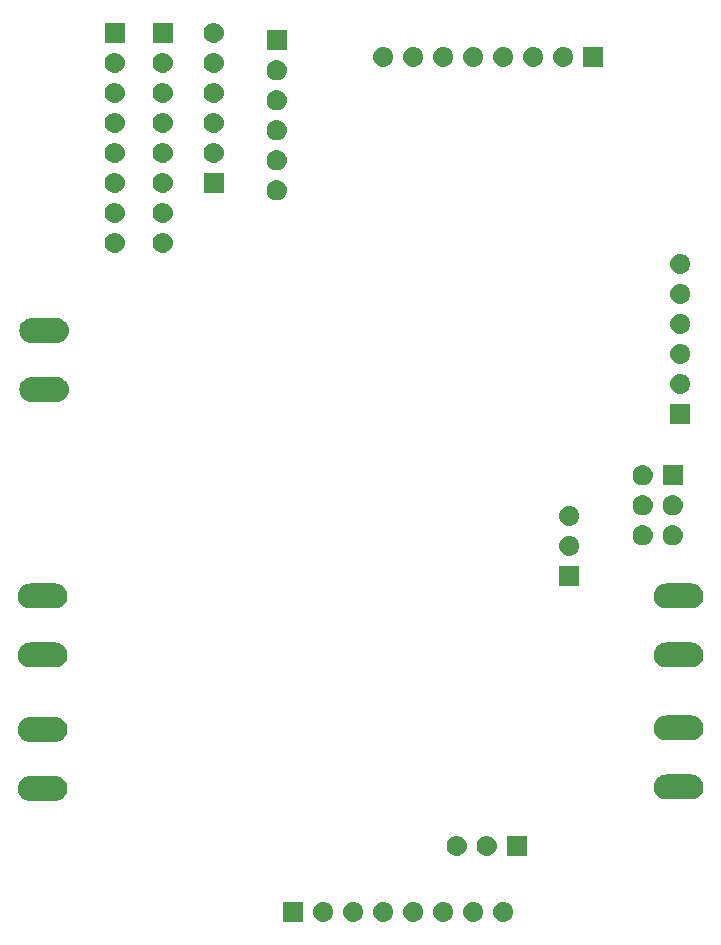
<source format=gbr>
G04 #@! TF.GenerationSoftware,KiCad,Pcbnew,(5.0.1)-3*
G04 #@! TF.CreationDate,2019-03-11T17:07:33+01:00*
G04 #@! TF.ProjectId,Arduino_Uno_R3_From_Scratch,41726475696E6F5F556E6F5F52335F46,rev?*
G04 #@! TF.SameCoordinates,Original*
G04 #@! TF.FileFunction,Soldermask,Bot*
G04 #@! TF.FilePolarity,Negative*
%FSLAX46Y46*%
G04 Gerber Fmt 4.6, Leading zero omitted, Abs format (unit mm)*
G04 Created by KiCad (PCBNEW (5.0.1)-3) date 11/03/2019 17:07:33*
%MOMM*%
%LPD*%
G01*
G04 APERTURE LIST*
%ADD10C,0.100000*%
G04 APERTURE END LIST*
D10*
G36*
X118784630Y-145339299D02*
X118944855Y-145387903D01*
X119092520Y-145466831D01*
X119221949Y-145573051D01*
X119328169Y-145702480D01*
X119407097Y-145850145D01*
X119455701Y-146010370D01*
X119472112Y-146177000D01*
X119455701Y-146343630D01*
X119407097Y-146503855D01*
X119328169Y-146651520D01*
X119221949Y-146780949D01*
X119092520Y-146887169D01*
X118944855Y-146966097D01*
X118784630Y-147014701D01*
X118659752Y-147027000D01*
X118576248Y-147027000D01*
X118451370Y-147014701D01*
X118291145Y-146966097D01*
X118143480Y-146887169D01*
X118014051Y-146780949D01*
X117907831Y-146651520D01*
X117828903Y-146503855D01*
X117780299Y-146343630D01*
X117763888Y-146177000D01*
X117780299Y-146010370D01*
X117828903Y-145850145D01*
X117907831Y-145702480D01*
X118014051Y-145573051D01*
X118143480Y-145466831D01*
X118291145Y-145387903D01*
X118451370Y-145339299D01*
X118576248Y-145327000D01*
X118659752Y-145327000D01*
X118784630Y-145339299D01*
X118784630Y-145339299D01*
G37*
G36*
X116244630Y-145339299D02*
X116404855Y-145387903D01*
X116552520Y-145466831D01*
X116681949Y-145573051D01*
X116788169Y-145702480D01*
X116867097Y-145850145D01*
X116915701Y-146010370D01*
X116932112Y-146177000D01*
X116915701Y-146343630D01*
X116867097Y-146503855D01*
X116788169Y-146651520D01*
X116681949Y-146780949D01*
X116552520Y-146887169D01*
X116404855Y-146966097D01*
X116244630Y-147014701D01*
X116119752Y-147027000D01*
X116036248Y-147027000D01*
X115911370Y-147014701D01*
X115751145Y-146966097D01*
X115603480Y-146887169D01*
X115474051Y-146780949D01*
X115367831Y-146651520D01*
X115288903Y-146503855D01*
X115240299Y-146343630D01*
X115223888Y-146177000D01*
X115240299Y-146010370D01*
X115288903Y-145850145D01*
X115367831Y-145702480D01*
X115474051Y-145573051D01*
X115603480Y-145466831D01*
X115751145Y-145387903D01*
X115911370Y-145339299D01*
X116036248Y-145327000D01*
X116119752Y-145327000D01*
X116244630Y-145339299D01*
X116244630Y-145339299D01*
G37*
G36*
X113704630Y-145339299D02*
X113864855Y-145387903D01*
X114012520Y-145466831D01*
X114141949Y-145573051D01*
X114248169Y-145702480D01*
X114327097Y-145850145D01*
X114375701Y-146010370D01*
X114392112Y-146177000D01*
X114375701Y-146343630D01*
X114327097Y-146503855D01*
X114248169Y-146651520D01*
X114141949Y-146780949D01*
X114012520Y-146887169D01*
X113864855Y-146966097D01*
X113704630Y-147014701D01*
X113579752Y-147027000D01*
X113496248Y-147027000D01*
X113371370Y-147014701D01*
X113211145Y-146966097D01*
X113063480Y-146887169D01*
X112934051Y-146780949D01*
X112827831Y-146651520D01*
X112748903Y-146503855D01*
X112700299Y-146343630D01*
X112683888Y-146177000D01*
X112700299Y-146010370D01*
X112748903Y-145850145D01*
X112827831Y-145702480D01*
X112934051Y-145573051D01*
X113063480Y-145466831D01*
X113211145Y-145387903D01*
X113371370Y-145339299D01*
X113496248Y-145327000D01*
X113579752Y-145327000D01*
X113704630Y-145339299D01*
X113704630Y-145339299D01*
G37*
G36*
X111164630Y-145339299D02*
X111324855Y-145387903D01*
X111472520Y-145466831D01*
X111601949Y-145573051D01*
X111708169Y-145702480D01*
X111787097Y-145850145D01*
X111835701Y-146010370D01*
X111852112Y-146177000D01*
X111835701Y-146343630D01*
X111787097Y-146503855D01*
X111708169Y-146651520D01*
X111601949Y-146780949D01*
X111472520Y-146887169D01*
X111324855Y-146966097D01*
X111164630Y-147014701D01*
X111039752Y-147027000D01*
X110956248Y-147027000D01*
X110831370Y-147014701D01*
X110671145Y-146966097D01*
X110523480Y-146887169D01*
X110394051Y-146780949D01*
X110287831Y-146651520D01*
X110208903Y-146503855D01*
X110160299Y-146343630D01*
X110143888Y-146177000D01*
X110160299Y-146010370D01*
X110208903Y-145850145D01*
X110287831Y-145702480D01*
X110394051Y-145573051D01*
X110523480Y-145466831D01*
X110671145Y-145387903D01*
X110831370Y-145339299D01*
X110956248Y-145327000D01*
X111039752Y-145327000D01*
X111164630Y-145339299D01*
X111164630Y-145339299D01*
G37*
G36*
X108624630Y-145339299D02*
X108784855Y-145387903D01*
X108932520Y-145466831D01*
X109061949Y-145573051D01*
X109168169Y-145702480D01*
X109247097Y-145850145D01*
X109295701Y-146010370D01*
X109312112Y-146177000D01*
X109295701Y-146343630D01*
X109247097Y-146503855D01*
X109168169Y-146651520D01*
X109061949Y-146780949D01*
X108932520Y-146887169D01*
X108784855Y-146966097D01*
X108624630Y-147014701D01*
X108499752Y-147027000D01*
X108416248Y-147027000D01*
X108291370Y-147014701D01*
X108131145Y-146966097D01*
X107983480Y-146887169D01*
X107854051Y-146780949D01*
X107747831Y-146651520D01*
X107668903Y-146503855D01*
X107620299Y-146343630D01*
X107603888Y-146177000D01*
X107620299Y-146010370D01*
X107668903Y-145850145D01*
X107747831Y-145702480D01*
X107854051Y-145573051D01*
X107983480Y-145466831D01*
X108131145Y-145387903D01*
X108291370Y-145339299D01*
X108416248Y-145327000D01*
X108499752Y-145327000D01*
X108624630Y-145339299D01*
X108624630Y-145339299D01*
G37*
G36*
X103544630Y-145339299D02*
X103704855Y-145387903D01*
X103852520Y-145466831D01*
X103981949Y-145573051D01*
X104088169Y-145702480D01*
X104167097Y-145850145D01*
X104215701Y-146010370D01*
X104232112Y-146177000D01*
X104215701Y-146343630D01*
X104167097Y-146503855D01*
X104088169Y-146651520D01*
X103981949Y-146780949D01*
X103852520Y-146887169D01*
X103704855Y-146966097D01*
X103544630Y-147014701D01*
X103419752Y-147027000D01*
X103336248Y-147027000D01*
X103211370Y-147014701D01*
X103051145Y-146966097D01*
X102903480Y-146887169D01*
X102774051Y-146780949D01*
X102667831Y-146651520D01*
X102588903Y-146503855D01*
X102540299Y-146343630D01*
X102523888Y-146177000D01*
X102540299Y-146010370D01*
X102588903Y-145850145D01*
X102667831Y-145702480D01*
X102774051Y-145573051D01*
X102903480Y-145466831D01*
X103051145Y-145387903D01*
X103211370Y-145339299D01*
X103336248Y-145327000D01*
X103419752Y-145327000D01*
X103544630Y-145339299D01*
X103544630Y-145339299D01*
G37*
G36*
X106084630Y-145339299D02*
X106244855Y-145387903D01*
X106392520Y-145466831D01*
X106521949Y-145573051D01*
X106628169Y-145702480D01*
X106707097Y-145850145D01*
X106755701Y-146010370D01*
X106772112Y-146177000D01*
X106755701Y-146343630D01*
X106707097Y-146503855D01*
X106628169Y-146651520D01*
X106521949Y-146780949D01*
X106392520Y-146887169D01*
X106244855Y-146966097D01*
X106084630Y-147014701D01*
X105959752Y-147027000D01*
X105876248Y-147027000D01*
X105751370Y-147014701D01*
X105591145Y-146966097D01*
X105443480Y-146887169D01*
X105314051Y-146780949D01*
X105207831Y-146651520D01*
X105128903Y-146503855D01*
X105080299Y-146343630D01*
X105063888Y-146177000D01*
X105080299Y-146010370D01*
X105128903Y-145850145D01*
X105207831Y-145702480D01*
X105314051Y-145573051D01*
X105443480Y-145466831D01*
X105591145Y-145387903D01*
X105751370Y-145339299D01*
X105876248Y-145327000D01*
X105959752Y-145327000D01*
X106084630Y-145339299D01*
X106084630Y-145339299D01*
G37*
G36*
X101688000Y-147027000D02*
X99988000Y-147027000D01*
X99988000Y-145327000D01*
X101688000Y-145327000D01*
X101688000Y-147027000D01*
X101688000Y-147027000D01*
G37*
G36*
X114847630Y-139751299D02*
X115007855Y-139799903D01*
X115155520Y-139878831D01*
X115284949Y-139985051D01*
X115391169Y-140114480D01*
X115470097Y-140262145D01*
X115518701Y-140422370D01*
X115535112Y-140589000D01*
X115518701Y-140755630D01*
X115470097Y-140915855D01*
X115391169Y-141063520D01*
X115284949Y-141192949D01*
X115155520Y-141299169D01*
X115007855Y-141378097D01*
X114847630Y-141426701D01*
X114722752Y-141439000D01*
X114639248Y-141439000D01*
X114514370Y-141426701D01*
X114354145Y-141378097D01*
X114206480Y-141299169D01*
X114077051Y-141192949D01*
X113970831Y-141063520D01*
X113891903Y-140915855D01*
X113843299Y-140755630D01*
X113826888Y-140589000D01*
X113843299Y-140422370D01*
X113891903Y-140262145D01*
X113970831Y-140114480D01*
X114077051Y-139985051D01*
X114206480Y-139878831D01*
X114354145Y-139799903D01*
X114514370Y-139751299D01*
X114639248Y-139739000D01*
X114722752Y-139739000D01*
X114847630Y-139751299D01*
X114847630Y-139751299D01*
G37*
G36*
X117387630Y-139751299D02*
X117547855Y-139799903D01*
X117695520Y-139878831D01*
X117824949Y-139985051D01*
X117931169Y-140114480D01*
X118010097Y-140262145D01*
X118058701Y-140422370D01*
X118075112Y-140589000D01*
X118058701Y-140755630D01*
X118010097Y-140915855D01*
X117931169Y-141063520D01*
X117824949Y-141192949D01*
X117695520Y-141299169D01*
X117547855Y-141378097D01*
X117387630Y-141426701D01*
X117262752Y-141439000D01*
X117179248Y-141439000D01*
X117054370Y-141426701D01*
X116894145Y-141378097D01*
X116746480Y-141299169D01*
X116617051Y-141192949D01*
X116510831Y-141063520D01*
X116431903Y-140915855D01*
X116383299Y-140755630D01*
X116366888Y-140589000D01*
X116383299Y-140422370D01*
X116431903Y-140262145D01*
X116510831Y-140114480D01*
X116617051Y-139985051D01*
X116746480Y-139878831D01*
X116894145Y-139799903D01*
X117054370Y-139751299D01*
X117179248Y-139739000D01*
X117262752Y-139739000D01*
X117387630Y-139751299D01*
X117387630Y-139751299D01*
G37*
G36*
X120611000Y-141439000D02*
X118911000Y-141439000D01*
X118911000Y-139739000D01*
X120611000Y-139739000D01*
X120611000Y-141439000D01*
X120611000Y-141439000D01*
G37*
G36*
X80782190Y-134678400D02*
X80884934Y-134688519D01*
X81016761Y-134728508D01*
X81082676Y-134748503D01*
X81180085Y-134800570D01*
X81264914Y-134845912D01*
X81424648Y-134977002D01*
X81555737Y-135136735D01*
X81653147Y-135318974D01*
X81653147Y-135318975D01*
X81713131Y-135516716D01*
X81733385Y-135722360D01*
X81713131Y-135928004D01*
X81673142Y-136059831D01*
X81653147Y-136125746D01*
X81623621Y-136180984D01*
X81555738Y-136307984D01*
X81424648Y-136467718D01*
X81264914Y-136598808D01*
X81208053Y-136629201D01*
X81082676Y-136696217D01*
X81016761Y-136716212D01*
X80884934Y-136756201D01*
X80782190Y-136766320D01*
X80730819Y-136771380D01*
X78527181Y-136771380D01*
X78475810Y-136766320D01*
X78373066Y-136756201D01*
X78241239Y-136716212D01*
X78175324Y-136696217D01*
X78049947Y-136629201D01*
X77993086Y-136598808D01*
X77833352Y-136467718D01*
X77702262Y-136307984D01*
X77634379Y-136180984D01*
X77604853Y-136125746D01*
X77584858Y-136059831D01*
X77544869Y-135928004D01*
X77524615Y-135722360D01*
X77544869Y-135516716D01*
X77604853Y-135318975D01*
X77604853Y-135318974D01*
X77702263Y-135136735D01*
X77833352Y-134977002D01*
X77993086Y-134845912D01*
X78077915Y-134800570D01*
X78175324Y-134748503D01*
X78241239Y-134728508D01*
X78373066Y-134688519D01*
X78475810Y-134678400D01*
X78527181Y-134673340D01*
X80730819Y-134673340D01*
X80782190Y-134678400D01*
X80782190Y-134678400D01*
G37*
G36*
X134630190Y-134551400D02*
X134732934Y-134561519D01*
X134864761Y-134601508D01*
X134930676Y-134621503D01*
X135027655Y-134673340D01*
X135112914Y-134718912D01*
X135112916Y-134718913D01*
X135112915Y-134718913D01*
X135272648Y-134850002D01*
X135403737Y-135009735D01*
X135501147Y-135191974D01*
X135501147Y-135191975D01*
X135561131Y-135389716D01*
X135581385Y-135595360D01*
X135561131Y-135801004D01*
X135522607Y-135928002D01*
X135501147Y-135998746D01*
X135449080Y-136096155D01*
X135403738Y-136180984D01*
X135272648Y-136340718D01*
X135112914Y-136471808D01*
X135028085Y-136517150D01*
X134930676Y-136569217D01*
X134864761Y-136589212D01*
X134732934Y-136629201D01*
X134630190Y-136639320D01*
X134578819Y-136644380D01*
X132375181Y-136644380D01*
X132323810Y-136639320D01*
X132221066Y-136629201D01*
X132089239Y-136589212D01*
X132023324Y-136569217D01*
X131925915Y-136517150D01*
X131841086Y-136471808D01*
X131681352Y-136340718D01*
X131550262Y-136180984D01*
X131504920Y-136096155D01*
X131452853Y-135998746D01*
X131431393Y-135928002D01*
X131392869Y-135801004D01*
X131372615Y-135595360D01*
X131392869Y-135389716D01*
X131452853Y-135191975D01*
X131452853Y-135191974D01*
X131550263Y-135009735D01*
X131681352Y-134850002D01*
X131841085Y-134718913D01*
X131841084Y-134718913D01*
X131841086Y-134718912D01*
X131926345Y-134673340D01*
X132023324Y-134621503D01*
X132089239Y-134601508D01*
X132221066Y-134561519D01*
X132323810Y-134551400D01*
X132375181Y-134546340D01*
X134578819Y-134546340D01*
X134630190Y-134551400D01*
X134630190Y-134551400D01*
G37*
G36*
X80782190Y-129679680D02*
X80884934Y-129689799D01*
X81016761Y-129729788D01*
X81082676Y-129749783D01*
X81180085Y-129801850D01*
X81264914Y-129847192D01*
X81424648Y-129978282D01*
X81555737Y-130138015D01*
X81653147Y-130320254D01*
X81653147Y-130320255D01*
X81713131Y-130517996D01*
X81733385Y-130723640D01*
X81713131Y-130929284D01*
X81673142Y-131061111D01*
X81653147Y-131127026D01*
X81623621Y-131182264D01*
X81555738Y-131309264D01*
X81424648Y-131468998D01*
X81264914Y-131600088D01*
X81208053Y-131630481D01*
X81082676Y-131697497D01*
X81016761Y-131717492D01*
X80884934Y-131757481D01*
X80782190Y-131767600D01*
X80730819Y-131772660D01*
X78527181Y-131772660D01*
X78475810Y-131767600D01*
X78373066Y-131757481D01*
X78241239Y-131717492D01*
X78175324Y-131697497D01*
X78049947Y-131630481D01*
X77993086Y-131600088D01*
X77833352Y-131468998D01*
X77702262Y-131309264D01*
X77634379Y-131182264D01*
X77604853Y-131127026D01*
X77584858Y-131061111D01*
X77544869Y-130929284D01*
X77524615Y-130723640D01*
X77544869Y-130517996D01*
X77604853Y-130320255D01*
X77604853Y-130320254D01*
X77702263Y-130138015D01*
X77833352Y-129978282D01*
X77993086Y-129847192D01*
X78077915Y-129801850D01*
X78175324Y-129749783D01*
X78241239Y-129729788D01*
X78373066Y-129689799D01*
X78475810Y-129679680D01*
X78527181Y-129674620D01*
X80730819Y-129674620D01*
X80782190Y-129679680D01*
X80782190Y-129679680D01*
G37*
G36*
X134630190Y-129552680D02*
X134732934Y-129562799D01*
X134864761Y-129602788D01*
X134930676Y-129622783D01*
X135027655Y-129674620D01*
X135112914Y-129720192D01*
X135112916Y-129720193D01*
X135112915Y-129720193D01*
X135272648Y-129851282D01*
X135403737Y-130011015D01*
X135501147Y-130193254D01*
X135501147Y-130193255D01*
X135561131Y-130390996D01*
X135581385Y-130596640D01*
X135561131Y-130802284D01*
X135522607Y-130929282D01*
X135501147Y-131000026D01*
X135449080Y-131097435D01*
X135403738Y-131182264D01*
X135272648Y-131341998D01*
X135112914Y-131473088D01*
X135028085Y-131518430D01*
X134930676Y-131570497D01*
X134864761Y-131590492D01*
X134732934Y-131630481D01*
X134630190Y-131640600D01*
X134578819Y-131645660D01*
X132375181Y-131645660D01*
X132323810Y-131640600D01*
X132221066Y-131630481D01*
X132089239Y-131590492D01*
X132023324Y-131570497D01*
X131925915Y-131518430D01*
X131841086Y-131473088D01*
X131681352Y-131341998D01*
X131550262Y-131182264D01*
X131504920Y-131097435D01*
X131452853Y-131000026D01*
X131431393Y-130929282D01*
X131392869Y-130802284D01*
X131372615Y-130596640D01*
X131392869Y-130390996D01*
X131452853Y-130193255D01*
X131452853Y-130193254D01*
X131550263Y-130011015D01*
X131681352Y-129851282D01*
X131841085Y-129720193D01*
X131841084Y-129720193D01*
X131841086Y-129720192D01*
X131926345Y-129674620D01*
X132023324Y-129622783D01*
X132089239Y-129602788D01*
X132221066Y-129562799D01*
X132323810Y-129552680D01*
X132375181Y-129547620D01*
X134578819Y-129547620D01*
X134630190Y-129552680D01*
X134630190Y-129552680D01*
G37*
G36*
X134630190Y-123375400D02*
X134732934Y-123385519D01*
X134864761Y-123425508D01*
X134930676Y-123445503D01*
X135028085Y-123497570D01*
X135112914Y-123542912D01*
X135112916Y-123542913D01*
X135112915Y-123542913D01*
X135272648Y-123674002D01*
X135403737Y-123833735D01*
X135501147Y-124015974D01*
X135501147Y-124015975D01*
X135561131Y-124213716D01*
X135581385Y-124419360D01*
X135561131Y-124625004D01*
X135521142Y-124756831D01*
X135501147Y-124822746D01*
X135449080Y-124920155D01*
X135403738Y-125004984D01*
X135272648Y-125164718D01*
X135112914Y-125295808D01*
X135028085Y-125341150D01*
X134930676Y-125393217D01*
X134864761Y-125413212D01*
X134732934Y-125453201D01*
X134630190Y-125463320D01*
X134578819Y-125468380D01*
X132375181Y-125468380D01*
X132323810Y-125463320D01*
X132221066Y-125453201D01*
X132089239Y-125413212D01*
X132023324Y-125393217D01*
X131925915Y-125341150D01*
X131841086Y-125295808D01*
X131681352Y-125164718D01*
X131550262Y-125004984D01*
X131504920Y-124920155D01*
X131452853Y-124822746D01*
X131432858Y-124756831D01*
X131392869Y-124625004D01*
X131372615Y-124419360D01*
X131392869Y-124213716D01*
X131452853Y-124015975D01*
X131452853Y-124015974D01*
X131550263Y-123833735D01*
X131681352Y-123674002D01*
X131841085Y-123542913D01*
X131841084Y-123542913D01*
X131841086Y-123542912D01*
X131925915Y-123497570D01*
X132023324Y-123445503D01*
X132089239Y-123425508D01*
X132221066Y-123385519D01*
X132323810Y-123375400D01*
X132375181Y-123370340D01*
X134578819Y-123370340D01*
X134630190Y-123375400D01*
X134630190Y-123375400D01*
G37*
G36*
X80782190Y-123375400D02*
X80884934Y-123385519D01*
X81016761Y-123425508D01*
X81082676Y-123445503D01*
X81180085Y-123497570D01*
X81264914Y-123542912D01*
X81264916Y-123542913D01*
X81264915Y-123542913D01*
X81424648Y-123674002D01*
X81555737Y-123833735D01*
X81653147Y-124015974D01*
X81653147Y-124015975D01*
X81713131Y-124213716D01*
X81733385Y-124419360D01*
X81713131Y-124625004D01*
X81673142Y-124756831D01*
X81653147Y-124822746D01*
X81601080Y-124920155D01*
X81555738Y-125004984D01*
X81424648Y-125164718D01*
X81264914Y-125295808D01*
X81180085Y-125341150D01*
X81082676Y-125393217D01*
X81016761Y-125413212D01*
X80884934Y-125453201D01*
X80782190Y-125463320D01*
X80730819Y-125468380D01*
X78527181Y-125468380D01*
X78475810Y-125463320D01*
X78373066Y-125453201D01*
X78241239Y-125413212D01*
X78175324Y-125393217D01*
X78077915Y-125341150D01*
X77993086Y-125295808D01*
X77833352Y-125164718D01*
X77702262Y-125004984D01*
X77656920Y-124920155D01*
X77604853Y-124822746D01*
X77584858Y-124756831D01*
X77544869Y-124625004D01*
X77524615Y-124419360D01*
X77544869Y-124213716D01*
X77604853Y-124015975D01*
X77604853Y-124015974D01*
X77702263Y-123833735D01*
X77833352Y-123674002D01*
X77993085Y-123542913D01*
X77993084Y-123542913D01*
X77993086Y-123542912D01*
X78077915Y-123497570D01*
X78175324Y-123445503D01*
X78241239Y-123425508D01*
X78373066Y-123385519D01*
X78475810Y-123375400D01*
X78527181Y-123370340D01*
X80730819Y-123370340D01*
X80782190Y-123375400D01*
X80782190Y-123375400D01*
G37*
G36*
X134630190Y-118376680D02*
X134732934Y-118386799D01*
X134864761Y-118426788D01*
X134930676Y-118446783D01*
X135028085Y-118498850D01*
X135112914Y-118544192D01*
X135112916Y-118544193D01*
X135112915Y-118544193D01*
X135272648Y-118675282D01*
X135403737Y-118835015D01*
X135501147Y-119017254D01*
X135501147Y-119017255D01*
X135561131Y-119214996D01*
X135581385Y-119420640D01*
X135561131Y-119626284D01*
X135521142Y-119758111D01*
X135501147Y-119824026D01*
X135449080Y-119921435D01*
X135403738Y-120006264D01*
X135272648Y-120165998D01*
X135112914Y-120297088D01*
X135028085Y-120342430D01*
X134930676Y-120394497D01*
X134864761Y-120414492D01*
X134732934Y-120454481D01*
X134630190Y-120464600D01*
X134578819Y-120469660D01*
X132375181Y-120469660D01*
X132323810Y-120464600D01*
X132221066Y-120454481D01*
X132089239Y-120414492D01*
X132023324Y-120394497D01*
X131925915Y-120342430D01*
X131841086Y-120297088D01*
X131681352Y-120165998D01*
X131550262Y-120006264D01*
X131504920Y-119921435D01*
X131452853Y-119824026D01*
X131432858Y-119758111D01*
X131392869Y-119626284D01*
X131372615Y-119420640D01*
X131392869Y-119214996D01*
X131452853Y-119017255D01*
X131452853Y-119017254D01*
X131550263Y-118835015D01*
X131681352Y-118675282D01*
X131841085Y-118544193D01*
X131841084Y-118544193D01*
X131841086Y-118544192D01*
X131925915Y-118498850D01*
X132023324Y-118446783D01*
X132089239Y-118426788D01*
X132221066Y-118386799D01*
X132323810Y-118376680D01*
X132375181Y-118371620D01*
X134578819Y-118371620D01*
X134630190Y-118376680D01*
X134630190Y-118376680D01*
G37*
G36*
X80782190Y-118376680D02*
X80884934Y-118386799D01*
X81016761Y-118426788D01*
X81082676Y-118446783D01*
X81180085Y-118498850D01*
X81264914Y-118544192D01*
X81264916Y-118544193D01*
X81264915Y-118544193D01*
X81424648Y-118675282D01*
X81555737Y-118835015D01*
X81653147Y-119017254D01*
X81653147Y-119017255D01*
X81713131Y-119214996D01*
X81733385Y-119420640D01*
X81713131Y-119626284D01*
X81673142Y-119758111D01*
X81653147Y-119824026D01*
X81601080Y-119921435D01*
X81555738Y-120006264D01*
X81424648Y-120165998D01*
X81264914Y-120297088D01*
X81180085Y-120342430D01*
X81082676Y-120394497D01*
X81016761Y-120414492D01*
X80884934Y-120454481D01*
X80782190Y-120464600D01*
X80730819Y-120469660D01*
X78527181Y-120469660D01*
X78475810Y-120464600D01*
X78373066Y-120454481D01*
X78241239Y-120414492D01*
X78175324Y-120394497D01*
X78077915Y-120342430D01*
X77993086Y-120297088D01*
X77833352Y-120165998D01*
X77702262Y-120006264D01*
X77656920Y-119921435D01*
X77604853Y-119824026D01*
X77584858Y-119758111D01*
X77544869Y-119626284D01*
X77524615Y-119420640D01*
X77544869Y-119214996D01*
X77604853Y-119017255D01*
X77604853Y-119017254D01*
X77702263Y-118835015D01*
X77833352Y-118675282D01*
X77993085Y-118544193D01*
X77993084Y-118544193D01*
X77993086Y-118544192D01*
X78077915Y-118498850D01*
X78175324Y-118446783D01*
X78241239Y-118426788D01*
X78373066Y-118386799D01*
X78475810Y-118376680D01*
X78527181Y-118371620D01*
X80730819Y-118371620D01*
X80782190Y-118376680D01*
X80782190Y-118376680D01*
G37*
G36*
X125056000Y-118579000D02*
X123356000Y-118579000D01*
X123356000Y-116879000D01*
X125056000Y-116879000D01*
X125056000Y-118579000D01*
X125056000Y-118579000D01*
G37*
G36*
X124372630Y-114351299D02*
X124532855Y-114399903D01*
X124680520Y-114478831D01*
X124809949Y-114585051D01*
X124916169Y-114714480D01*
X124995097Y-114862145D01*
X125043701Y-115022370D01*
X125060112Y-115189000D01*
X125043701Y-115355630D01*
X124995097Y-115515855D01*
X124916169Y-115663520D01*
X124809949Y-115792949D01*
X124680520Y-115899169D01*
X124532855Y-115978097D01*
X124372630Y-116026701D01*
X124247752Y-116039000D01*
X124164248Y-116039000D01*
X124039370Y-116026701D01*
X123879145Y-115978097D01*
X123731480Y-115899169D01*
X123602051Y-115792949D01*
X123495831Y-115663520D01*
X123416903Y-115515855D01*
X123368299Y-115355630D01*
X123351888Y-115189000D01*
X123368299Y-115022370D01*
X123416903Y-114862145D01*
X123495831Y-114714480D01*
X123602051Y-114585051D01*
X123731480Y-114478831D01*
X123879145Y-114399903D01*
X124039370Y-114351299D01*
X124164248Y-114339000D01*
X124247752Y-114339000D01*
X124372630Y-114351299D01*
X124372630Y-114351299D01*
G37*
G36*
X133135630Y-113462299D02*
X133295855Y-113510903D01*
X133443520Y-113589831D01*
X133572949Y-113696051D01*
X133679169Y-113825480D01*
X133758097Y-113973145D01*
X133806701Y-114133370D01*
X133823112Y-114300000D01*
X133806701Y-114466630D01*
X133758097Y-114626855D01*
X133679169Y-114774520D01*
X133572949Y-114903949D01*
X133443520Y-115010169D01*
X133295855Y-115089097D01*
X133135630Y-115137701D01*
X133010752Y-115150000D01*
X132927248Y-115150000D01*
X132802370Y-115137701D01*
X132642145Y-115089097D01*
X132494480Y-115010169D01*
X132365051Y-114903949D01*
X132258831Y-114774520D01*
X132179903Y-114626855D01*
X132131299Y-114466630D01*
X132114888Y-114300000D01*
X132131299Y-114133370D01*
X132179903Y-113973145D01*
X132258831Y-113825480D01*
X132365051Y-113696051D01*
X132494480Y-113589831D01*
X132642145Y-113510903D01*
X132802370Y-113462299D01*
X132927248Y-113450000D01*
X133010752Y-113450000D01*
X133135630Y-113462299D01*
X133135630Y-113462299D01*
G37*
G36*
X130595630Y-113462299D02*
X130755855Y-113510903D01*
X130903520Y-113589831D01*
X131032949Y-113696051D01*
X131139169Y-113825480D01*
X131218097Y-113973145D01*
X131266701Y-114133370D01*
X131283112Y-114300000D01*
X131266701Y-114466630D01*
X131218097Y-114626855D01*
X131139169Y-114774520D01*
X131032949Y-114903949D01*
X130903520Y-115010169D01*
X130755855Y-115089097D01*
X130595630Y-115137701D01*
X130470752Y-115150000D01*
X130387248Y-115150000D01*
X130262370Y-115137701D01*
X130102145Y-115089097D01*
X129954480Y-115010169D01*
X129825051Y-114903949D01*
X129718831Y-114774520D01*
X129639903Y-114626855D01*
X129591299Y-114466630D01*
X129574888Y-114300000D01*
X129591299Y-114133370D01*
X129639903Y-113973145D01*
X129718831Y-113825480D01*
X129825051Y-113696051D01*
X129954480Y-113589831D01*
X130102145Y-113510903D01*
X130262370Y-113462299D01*
X130387248Y-113450000D01*
X130470752Y-113450000D01*
X130595630Y-113462299D01*
X130595630Y-113462299D01*
G37*
G36*
X124372630Y-111811299D02*
X124532855Y-111859903D01*
X124680520Y-111938831D01*
X124809949Y-112045051D01*
X124916169Y-112174480D01*
X124995097Y-112322145D01*
X125043701Y-112482370D01*
X125060112Y-112649000D01*
X125043701Y-112815630D01*
X124995097Y-112975855D01*
X124916169Y-113123520D01*
X124809949Y-113252949D01*
X124680520Y-113359169D01*
X124532855Y-113438097D01*
X124372630Y-113486701D01*
X124247752Y-113499000D01*
X124164248Y-113499000D01*
X124039370Y-113486701D01*
X123879145Y-113438097D01*
X123731480Y-113359169D01*
X123602051Y-113252949D01*
X123495831Y-113123520D01*
X123416903Y-112975855D01*
X123368299Y-112815630D01*
X123351888Y-112649000D01*
X123368299Y-112482370D01*
X123416903Y-112322145D01*
X123495831Y-112174480D01*
X123602051Y-112045051D01*
X123731480Y-111938831D01*
X123879145Y-111859903D01*
X124039370Y-111811299D01*
X124164248Y-111799000D01*
X124247752Y-111799000D01*
X124372630Y-111811299D01*
X124372630Y-111811299D01*
G37*
G36*
X130595630Y-110922299D02*
X130755855Y-110970903D01*
X130903520Y-111049831D01*
X131032949Y-111156051D01*
X131139169Y-111285480D01*
X131218097Y-111433145D01*
X131266701Y-111593370D01*
X131283112Y-111760000D01*
X131266701Y-111926630D01*
X131218097Y-112086855D01*
X131139169Y-112234520D01*
X131032949Y-112363949D01*
X130903520Y-112470169D01*
X130755855Y-112549097D01*
X130595630Y-112597701D01*
X130470752Y-112610000D01*
X130387248Y-112610000D01*
X130262370Y-112597701D01*
X130102145Y-112549097D01*
X129954480Y-112470169D01*
X129825051Y-112363949D01*
X129718831Y-112234520D01*
X129639903Y-112086855D01*
X129591299Y-111926630D01*
X129574888Y-111760000D01*
X129591299Y-111593370D01*
X129639903Y-111433145D01*
X129718831Y-111285480D01*
X129825051Y-111156051D01*
X129954480Y-111049831D01*
X130102145Y-110970903D01*
X130262370Y-110922299D01*
X130387248Y-110910000D01*
X130470752Y-110910000D01*
X130595630Y-110922299D01*
X130595630Y-110922299D01*
G37*
G36*
X133135630Y-110922299D02*
X133295855Y-110970903D01*
X133443520Y-111049831D01*
X133572949Y-111156051D01*
X133679169Y-111285480D01*
X133758097Y-111433145D01*
X133806701Y-111593370D01*
X133823112Y-111760000D01*
X133806701Y-111926630D01*
X133758097Y-112086855D01*
X133679169Y-112234520D01*
X133572949Y-112363949D01*
X133443520Y-112470169D01*
X133295855Y-112549097D01*
X133135630Y-112597701D01*
X133010752Y-112610000D01*
X132927248Y-112610000D01*
X132802370Y-112597701D01*
X132642145Y-112549097D01*
X132494480Y-112470169D01*
X132365051Y-112363949D01*
X132258831Y-112234520D01*
X132179903Y-112086855D01*
X132131299Y-111926630D01*
X132114888Y-111760000D01*
X132131299Y-111593370D01*
X132179903Y-111433145D01*
X132258831Y-111285480D01*
X132365051Y-111156051D01*
X132494480Y-111049831D01*
X132642145Y-110970903D01*
X132802370Y-110922299D01*
X132927248Y-110910000D01*
X133010752Y-110910000D01*
X133135630Y-110922299D01*
X133135630Y-110922299D01*
G37*
G36*
X133819000Y-110070000D02*
X132119000Y-110070000D01*
X132119000Y-108370000D01*
X133819000Y-108370000D01*
X133819000Y-110070000D01*
X133819000Y-110070000D01*
G37*
G36*
X130595630Y-108382299D02*
X130755855Y-108430903D01*
X130903520Y-108509831D01*
X131032949Y-108616051D01*
X131139169Y-108745480D01*
X131218097Y-108893145D01*
X131266701Y-109053370D01*
X131283112Y-109220000D01*
X131266701Y-109386630D01*
X131218097Y-109546855D01*
X131139169Y-109694520D01*
X131032949Y-109823949D01*
X130903520Y-109930169D01*
X130755855Y-110009097D01*
X130595630Y-110057701D01*
X130470752Y-110070000D01*
X130387248Y-110070000D01*
X130262370Y-110057701D01*
X130102145Y-110009097D01*
X129954480Y-109930169D01*
X129825051Y-109823949D01*
X129718831Y-109694520D01*
X129639903Y-109546855D01*
X129591299Y-109386630D01*
X129574888Y-109220000D01*
X129591299Y-109053370D01*
X129639903Y-108893145D01*
X129718831Y-108745480D01*
X129825051Y-108616051D01*
X129954480Y-108509831D01*
X130102145Y-108430903D01*
X130262370Y-108382299D01*
X130387248Y-108370000D01*
X130470752Y-108370000D01*
X130595630Y-108382299D01*
X130595630Y-108382299D01*
G37*
G36*
X134454000Y-104863000D02*
X132754000Y-104863000D01*
X132754000Y-103163000D01*
X134454000Y-103163000D01*
X134454000Y-104863000D01*
X134454000Y-104863000D01*
G37*
G36*
X80909190Y-100896400D02*
X81011934Y-100906519D01*
X81143761Y-100946508D01*
X81209676Y-100966503D01*
X81307085Y-101018570D01*
X81391914Y-101063912D01*
X81391916Y-101063913D01*
X81391915Y-101063913D01*
X81551648Y-101195002D01*
X81682737Y-101354735D01*
X81780147Y-101536974D01*
X81780147Y-101536975D01*
X81840131Y-101734716D01*
X81860385Y-101940360D01*
X81840131Y-102146004D01*
X81828857Y-102183168D01*
X81780147Y-102343746D01*
X81728080Y-102441155D01*
X81682738Y-102525984D01*
X81551648Y-102685718D01*
X81391914Y-102816808D01*
X81307085Y-102862150D01*
X81209676Y-102914217D01*
X81143761Y-102934212D01*
X81011934Y-102974201D01*
X80909190Y-102984320D01*
X80857819Y-102989380D01*
X78654181Y-102989380D01*
X78602810Y-102984320D01*
X78500066Y-102974201D01*
X78368239Y-102934212D01*
X78302324Y-102914217D01*
X78204915Y-102862150D01*
X78120086Y-102816808D01*
X77960352Y-102685718D01*
X77829262Y-102525984D01*
X77783920Y-102441155D01*
X77731853Y-102343746D01*
X77683143Y-102183168D01*
X77671869Y-102146004D01*
X77651615Y-101940360D01*
X77671869Y-101734716D01*
X77731853Y-101536975D01*
X77731853Y-101536974D01*
X77829263Y-101354735D01*
X77960352Y-101195002D01*
X78120085Y-101063913D01*
X78120084Y-101063913D01*
X78120086Y-101063912D01*
X78204915Y-101018570D01*
X78302324Y-100966503D01*
X78368239Y-100946508D01*
X78500066Y-100906519D01*
X78602810Y-100896400D01*
X78654181Y-100891340D01*
X80857819Y-100891340D01*
X80909190Y-100896400D01*
X80909190Y-100896400D01*
G37*
G36*
X133770630Y-100635299D02*
X133930855Y-100683903D01*
X134078520Y-100762831D01*
X134207949Y-100869051D01*
X134314169Y-100998480D01*
X134393097Y-101146145D01*
X134441701Y-101306370D01*
X134458112Y-101473000D01*
X134441701Y-101639630D01*
X134393097Y-101799855D01*
X134314169Y-101947520D01*
X134207949Y-102076949D01*
X134078520Y-102183169D01*
X133930855Y-102262097D01*
X133770630Y-102310701D01*
X133645752Y-102323000D01*
X133562248Y-102323000D01*
X133437370Y-102310701D01*
X133277145Y-102262097D01*
X133129480Y-102183169D01*
X133000051Y-102076949D01*
X132893831Y-101947520D01*
X132814903Y-101799855D01*
X132766299Y-101639630D01*
X132749888Y-101473000D01*
X132766299Y-101306370D01*
X132814903Y-101146145D01*
X132893831Y-100998480D01*
X133000051Y-100869051D01*
X133129480Y-100762831D01*
X133277145Y-100683903D01*
X133437370Y-100635299D01*
X133562248Y-100623000D01*
X133645752Y-100623000D01*
X133770630Y-100635299D01*
X133770630Y-100635299D01*
G37*
G36*
X133770630Y-98095299D02*
X133930855Y-98143903D01*
X134078520Y-98222831D01*
X134207949Y-98329051D01*
X134314169Y-98458480D01*
X134393097Y-98606145D01*
X134441701Y-98766370D01*
X134458112Y-98933000D01*
X134441701Y-99099630D01*
X134393097Y-99259855D01*
X134314169Y-99407520D01*
X134207949Y-99536949D01*
X134078520Y-99643169D01*
X133930855Y-99722097D01*
X133770630Y-99770701D01*
X133645752Y-99783000D01*
X133562248Y-99783000D01*
X133437370Y-99770701D01*
X133277145Y-99722097D01*
X133129480Y-99643169D01*
X133000051Y-99536949D01*
X132893831Y-99407520D01*
X132814903Y-99259855D01*
X132766299Y-99099630D01*
X132749888Y-98933000D01*
X132766299Y-98766370D01*
X132814903Y-98606145D01*
X132893831Y-98458480D01*
X133000051Y-98329051D01*
X133129480Y-98222831D01*
X133277145Y-98143903D01*
X133437370Y-98095299D01*
X133562248Y-98083000D01*
X133645752Y-98083000D01*
X133770630Y-98095299D01*
X133770630Y-98095299D01*
G37*
G36*
X80909190Y-95897680D02*
X81011934Y-95907799D01*
X81143761Y-95947788D01*
X81209676Y-95967783D01*
X81307085Y-96019850D01*
X81391914Y-96065192D01*
X81551648Y-96196282D01*
X81576341Y-96226370D01*
X81682737Y-96356015D01*
X81780147Y-96538254D01*
X81780147Y-96538255D01*
X81840131Y-96735996D01*
X81860385Y-96941640D01*
X81840131Y-97147284D01*
X81814827Y-97230700D01*
X81780147Y-97345026D01*
X81728080Y-97442435D01*
X81682738Y-97527264D01*
X81551648Y-97686998D01*
X81391914Y-97818088D01*
X81307085Y-97863430D01*
X81209676Y-97915497D01*
X81143761Y-97935492D01*
X81011934Y-97975481D01*
X80909190Y-97985600D01*
X80857819Y-97990660D01*
X78654181Y-97990660D01*
X78602810Y-97985600D01*
X78500066Y-97975481D01*
X78368239Y-97935492D01*
X78302324Y-97915497D01*
X78204915Y-97863430D01*
X78120086Y-97818088D01*
X77960352Y-97686998D01*
X77829262Y-97527264D01*
X77783920Y-97442435D01*
X77731853Y-97345026D01*
X77697173Y-97230700D01*
X77671869Y-97147284D01*
X77651615Y-96941640D01*
X77671869Y-96735996D01*
X77731853Y-96538255D01*
X77731853Y-96538254D01*
X77829263Y-96356015D01*
X77935660Y-96226370D01*
X77960352Y-96196282D01*
X78120086Y-96065192D01*
X78204915Y-96019850D01*
X78302324Y-95967783D01*
X78368239Y-95947788D01*
X78500066Y-95907799D01*
X78602810Y-95897680D01*
X78654181Y-95892620D01*
X80857819Y-95892620D01*
X80909190Y-95897680D01*
X80909190Y-95897680D01*
G37*
G36*
X133770630Y-95555299D02*
X133930855Y-95603903D01*
X134078520Y-95682831D01*
X134207949Y-95789051D01*
X134314169Y-95918480D01*
X134393097Y-96066145D01*
X134441701Y-96226370D01*
X134458112Y-96393000D01*
X134441701Y-96559630D01*
X134393097Y-96719855D01*
X134314169Y-96867520D01*
X134207949Y-96996949D01*
X134078520Y-97103169D01*
X133930855Y-97182097D01*
X133770630Y-97230701D01*
X133645752Y-97243000D01*
X133562248Y-97243000D01*
X133437370Y-97230701D01*
X133277145Y-97182097D01*
X133129480Y-97103169D01*
X133000051Y-96996949D01*
X132893831Y-96867520D01*
X132814903Y-96719855D01*
X132766299Y-96559630D01*
X132749888Y-96393000D01*
X132766299Y-96226370D01*
X132814903Y-96066145D01*
X132893831Y-95918480D01*
X133000051Y-95789051D01*
X133129480Y-95682831D01*
X133277145Y-95603903D01*
X133437370Y-95555299D01*
X133562248Y-95543000D01*
X133645752Y-95543000D01*
X133770630Y-95555299D01*
X133770630Y-95555299D01*
G37*
G36*
X133770630Y-93015299D02*
X133930855Y-93063903D01*
X134078520Y-93142831D01*
X134207949Y-93249051D01*
X134314169Y-93378480D01*
X134393097Y-93526145D01*
X134441701Y-93686370D01*
X134458112Y-93853000D01*
X134441701Y-94019630D01*
X134393097Y-94179855D01*
X134314169Y-94327520D01*
X134207949Y-94456949D01*
X134078520Y-94563169D01*
X133930855Y-94642097D01*
X133770630Y-94690701D01*
X133645752Y-94703000D01*
X133562248Y-94703000D01*
X133437370Y-94690701D01*
X133277145Y-94642097D01*
X133129480Y-94563169D01*
X133000051Y-94456949D01*
X132893831Y-94327520D01*
X132814903Y-94179855D01*
X132766299Y-94019630D01*
X132749888Y-93853000D01*
X132766299Y-93686370D01*
X132814903Y-93526145D01*
X132893831Y-93378480D01*
X133000051Y-93249051D01*
X133129480Y-93142831D01*
X133277145Y-93063903D01*
X133437370Y-93015299D01*
X133562248Y-93003000D01*
X133645752Y-93003000D01*
X133770630Y-93015299D01*
X133770630Y-93015299D01*
G37*
G36*
X133770630Y-90475299D02*
X133930855Y-90523903D01*
X134078520Y-90602831D01*
X134207949Y-90709051D01*
X134314169Y-90838480D01*
X134393097Y-90986145D01*
X134441701Y-91146370D01*
X134458112Y-91313000D01*
X134441701Y-91479630D01*
X134393097Y-91639855D01*
X134314169Y-91787520D01*
X134207949Y-91916949D01*
X134078520Y-92023169D01*
X133930855Y-92102097D01*
X133770630Y-92150701D01*
X133645752Y-92163000D01*
X133562248Y-92163000D01*
X133437370Y-92150701D01*
X133277145Y-92102097D01*
X133129480Y-92023169D01*
X133000051Y-91916949D01*
X132893831Y-91787520D01*
X132814903Y-91639855D01*
X132766299Y-91479630D01*
X132749888Y-91313000D01*
X132766299Y-91146370D01*
X132814903Y-90986145D01*
X132893831Y-90838480D01*
X133000051Y-90709051D01*
X133129480Y-90602831D01*
X133277145Y-90523903D01*
X133437370Y-90475299D01*
X133562248Y-90463000D01*
X133645752Y-90463000D01*
X133770630Y-90475299D01*
X133770630Y-90475299D01*
G37*
G36*
X89955630Y-88697299D02*
X90115855Y-88745903D01*
X90263520Y-88824831D01*
X90392949Y-88931051D01*
X90499169Y-89060480D01*
X90578097Y-89208145D01*
X90626701Y-89368370D01*
X90643112Y-89535000D01*
X90626701Y-89701630D01*
X90578097Y-89861855D01*
X90499169Y-90009520D01*
X90392949Y-90138949D01*
X90263520Y-90245169D01*
X90115855Y-90324097D01*
X89955630Y-90372701D01*
X89830752Y-90385000D01*
X89747248Y-90385000D01*
X89622370Y-90372701D01*
X89462145Y-90324097D01*
X89314480Y-90245169D01*
X89185051Y-90138949D01*
X89078831Y-90009520D01*
X88999903Y-89861855D01*
X88951299Y-89701630D01*
X88934888Y-89535000D01*
X88951299Y-89368370D01*
X88999903Y-89208145D01*
X89078831Y-89060480D01*
X89185051Y-88931051D01*
X89314480Y-88824831D01*
X89462145Y-88745903D01*
X89622370Y-88697299D01*
X89747248Y-88685000D01*
X89830752Y-88685000D01*
X89955630Y-88697299D01*
X89955630Y-88697299D01*
G37*
G36*
X85891630Y-88697299D02*
X86051855Y-88745903D01*
X86199520Y-88824831D01*
X86328949Y-88931051D01*
X86435169Y-89060480D01*
X86514097Y-89208145D01*
X86562701Y-89368370D01*
X86579112Y-89535000D01*
X86562701Y-89701630D01*
X86514097Y-89861855D01*
X86435169Y-90009520D01*
X86328949Y-90138949D01*
X86199520Y-90245169D01*
X86051855Y-90324097D01*
X85891630Y-90372701D01*
X85766752Y-90385000D01*
X85683248Y-90385000D01*
X85558370Y-90372701D01*
X85398145Y-90324097D01*
X85250480Y-90245169D01*
X85121051Y-90138949D01*
X85014831Y-90009520D01*
X84935903Y-89861855D01*
X84887299Y-89701630D01*
X84870888Y-89535000D01*
X84887299Y-89368370D01*
X84935903Y-89208145D01*
X85014831Y-89060480D01*
X85121051Y-88931051D01*
X85250480Y-88824831D01*
X85398145Y-88745903D01*
X85558370Y-88697299D01*
X85683248Y-88685000D01*
X85766752Y-88685000D01*
X85891630Y-88697299D01*
X85891630Y-88697299D01*
G37*
G36*
X85891630Y-86157299D02*
X86051855Y-86205903D01*
X86199520Y-86284831D01*
X86328949Y-86391051D01*
X86435169Y-86520480D01*
X86514097Y-86668145D01*
X86562701Y-86828370D01*
X86579112Y-86995000D01*
X86562701Y-87161630D01*
X86514097Y-87321855D01*
X86435169Y-87469520D01*
X86328949Y-87598949D01*
X86199520Y-87705169D01*
X86051855Y-87784097D01*
X85891630Y-87832701D01*
X85766752Y-87845000D01*
X85683248Y-87845000D01*
X85558370Y-87832701D01*
X85398145Y-87784097D01*
X85250480Y-87705169D01*
X85121051Y-87598949D01*
X85014831Y-87469520D01*
X84935903Y-87321855D01*
X84887299Y-87161630D01*
X84870888Y-86995000D01*
X84887299Y-86828370D01*
X84935903Y-86668145D01*
X85014831Y-86520480D01*
X85121051Y-86391051D01*
X85250480Y-86284831D01*
X85398145Y-86205903D01*
X85558370Y-86157299D01*
X85683248Y-86145000D01*
X85766752Y-86145000D01*
X85891630Y-86157299D01*
X85891630Y-86157299D01*
G37*
G36*
X89955630Y-86157299D02*
X90115855Y-86205903D01*
X90263520Y-86284831D01*
X90392949Y-86391051D01*
X90499169Y-86520480D01*
X90578097Y-86668145D01*
X90626701Y-86828370D01*
X90643112Y-86995000D01*
X90626701Y-87161630D01*
X90578097Y-87321855D01*
X90499169Y-87469520D01*
X90392949Y-87598949D01*
X90263520Y-87705169D01*
X90115855Y-87784097D01*
X89955630Y-87832701D01*
X89830752Y-87845000D01*
X89747248Y-87845000D01*
X89622370Y-87832701D01*
X89462145Y-87784097D01*
X89314480Y-87705169D01*
X89185051Y-87598949D01*
X89078831Y-87469520D01*
X88999903Y-87321855D01*
X88951299Y-87161630D01*
X88934888Y-86995000D01*
X88951299Y-86828370D01*
X88999903Y-86668145D01*
X89078831Y-86520480D01*
X89185051Y-86391051D01*
X89314480Y-86284831D01*
X89462145Y-86205903D01*
X89622370Y-86157299D01*
X89747248Y-86145000D01*
X89830752Y-86145000D01*
X89955630Y-86157299D01*
X89955630Y-86157299D01*
G37*
G36*
X99607630Y-84252299D02*
X99767855Y-84300903D01*
X99915520Y-84379831D01*
X100044949Y-84486051D01*
X100151169Y-84615480D01*
X100230097Y-84763145D01*
X100278701Y-84923370D01*
X100295112Y-85090000D01*
X100278701Y-85256630D01*
X100230097Y-85416855D01*
X100151169Y-85564520D01*
X100044949Y-85693949D01*
X99915520Y-85800169D01*
X99767855Y-85879097D01*
X99607630Y-85927701D01*
X99482752Y-85940000D01*
X99399248Y-85940000D01*
X99274370Y-85927701D01*
X99114145Y-85879097D01*
X98966480Y-85800169D01*
X98837051Y-85693949D01*
X98730831Y-85564520D01*
X98651903Y-85416855D01*
X98603299Y-85256630D01*
X98586888Y-85090000D01*
X98603299Y-84923370D01*
X98651903Y-84763145D01*
X98730831Y-84615480D01*
X98837051Y-84486051D01*
X98966480Y-84379831D01*
X99114145Y-84300903D01*
X99274370Y-84252299D01*
X99399248Y-84240000D01*
X99482752Y-84240000D01*
X99607630Y-84252299D01*
X99607630Y-84252299D01*
G37*
G36*
X89955630Y-83617299D02*
X90115855Y-83665903D01*
X90263520Y-83744831D01*
X90392949Y-83851051D01*
X90499169Y-83980480D01*
X90578097Y-84128145D01*
X90626701Y-84288370D01*
X90643112Y-84455000D01*
X90626701Y-84621630D01*
X90578097Y-84781855D01*
X90499169Y-84929520D01*
X90392949Y-85058949D01*
X90263520Y-85165169D01*
X90115855Y-85244097D01*
X89955630Y-85292701D01*
X89830752Y-85305000D01*
X89747248Y-85305000D01*
X89622370Y-85292701D01*
X89462145Y-85244097D01*
X89314480Y-85165169D01*
X89185051Y-85058949D01*
X89078831Y-84929520D01*
X88999903Y-84781855D01*
X88951299Y-84621630D01*
X88934888Y-84455000D01*
X88951299Y-84288370D01*
X88999903Y-84128145D01*
X89078831Y-83980480D01*
X89185051Y-83851051D01*
X89314480Y-83744831D01*
X89462145Y-83665903D01*
X89622370Y-83617299D01*
X89747248Y-83605000D01*
X89830752Y-83605000D01*
X89955630Y-83617299D01*
X89955630Y-83617299D01*
G37*
G36*
X94957000Y-85305000D02*
X93257000Y-85305000D01*
X93257000Y-83605000D01*
X94957000Y-83605000D01*
X94957000Y-85305000D01*
X94957000Y-85305000D01*
G37*
G36*
X85891630Y-83617299D02*
X86051855Y-83665903D01*
X86199520Y-83744831D01*
X86328949Y-83851051D01*
X86435169Y-83980480D01*
X86514097Y-84128145D01*
X86562701Y-84288370D01*
X86579112Y-84455000D01*
X86562701Y-84621630D01*
X86514097Y-84781855D01*
X86435169Y-84929520D01*
X86328949Y-85058949D01*
X86199520Y-85165169D01*
X86051855Y-85244097D01*
X85891630Y-85292701D01*
X85766752Y-85305000D01*
X85683248Y-85305000D01*
X85558370Y-85292701D01*
X85398145Y-85244097D01*
X85250480Y-85165169D01*
X85121051Y-85058949D01*
X85014831Y-84929520D01*
X84935903Y-84781855D01*
X84887299Y-84621630D01*
X84870888Y-84455000D01*
X84887299Y-84288370D01*
X84935903Y-84128145D01*
X85014831Y-83980480D01*
X85121051Y-83851051D01*
X85250480Y-83744831D01*
X85398145Y-83665903D01*
X85558370Y-83617299D01*
X85683248Y-83605000D01*
X85766752Y-83605000D01*
X85891630Y-83617299D01*
X85891630Y-83617299D01*
G37*
G36*
X99607630Y-81712299D02*
X99767855Y-81760903D01*
X99915520Y-81839831D01*
X100044949Y-81946051D01*
X100151169Y-82075480D01*
X100230097Y-82223145D01*
X100278701Y-82383370D01*
X100295112Y-82550000D01*
X100278701Y-82716630D01*
X100230097Y-82876855D01*
X100151169Y-83024520D01*
X100044949Y-83153949D01*
X99915520Y-83260169D01*
X99767855Y-83339097D01*
X99607630Y-83387701D01*
X99482752Y-83400000D01*
X99399248Y-83400000D01*
X99274370Y-83387701D01*
X99114145Y-83339097D01*
X98966480Y-83260169D01*
X98837051Y-83153949D01*
X98730831Y-83024520D01*
X98651903Y-82876855D01*
X98603299Y-82716630D01*
X98586888Y-82550000D01*
X98603299Y-82383370D01*
X98651903Y-82223145D01*
X98730831Y-82075480D01*
X98837051Y-81946051D01*
X98966480Y-81839831D01*
X99114145Y-81760903D01*
X99274370Y-81712299D01*
X99399248Y-81700000D01*
X99482752Y-81700000D01*
X99607630Y-81712299D01*
X99607630Y-81712299D01*
G37*
G36*
X85891630Y-81077299D02*
X86051855Y-81125903D01*
X86199520Y-81204831D01*
X86328949Y-81311051D01*
X86435169Y-81440480D01*
X86514097Y-81588145D01*
X86562701Y-81748370D01*
X86579112Y-81915000D01*
X86562701Y-82081630D01*
X86514097Y-82241855D01*
X86435169Y-82389520D01*
X86328949Y-82518949D01*
X86199520Y-82625169D01*
X86051855Y-82704097D01*
X85891630Y-82752701D01*
X85766752Y-82765000D01*
X85683248Y-82765000D01*
X85558370Y-82752701D01*
X85398145Y-82704097D01*
X85250480Y-82625169D01*
X85121051Y-82518949D01*
X85014831Y-82389520D01*
X84935903Y-82241855D01*
X84887299Y-82081630D01*
X84870888Y-81915000D01*
X84887299Y-81748370D01*
X84935903Y-81588145D01*
X85014831Y-81440480D01*
X85121051Y-81311051D01*
X85250480Y-81204831D01*
X85398145Y-81125903D01*
X85558370Y-81077299D01*
X85683248Y-81065000D01*
X85766752Y-81065000D01*
X85891630Y-81077299D01*
X85891630Y-81077299D01*
G37*
G36*
X89955630Y-81077299D02*
X90115855Y-81125903D01*
X90263520Y-81204831D01*
X90392949Y-81311051D01*
X90499169Y-81440480D01*
X90578097Y-81588145D01*
X90626701Y-81748370D01*
X90643112Y-81915000D01*
X90626701Y-82081630D01*
X90578097Y-82241855D01*
X90499169Y-82389520D01*
X90392949Y-82518949D01*
X90263520Y-82625169D01*
X90115855Y-82704097D01*
X89955630Y-82752701D01*
X89830752Y-82765000D01*
X89747248Y-82765000D01*
X89622370Y-82752701D01*
X89462145Y-82704097D01*
X89314480Y-82625169D01*
X89185051Y-82518949D01*
X89078831Y-82389520D01*
X88999903Y-82241855D01*
X88951299Y-82081630D01*
X88934888Y-81915000D01*
X88951299Y-81748370D01*
X88999903Y-81588145D01*
X89078831Y-81440480D01*
X89185051Y-81311051D01*
X89314480Y-81204831D01*
X89462145Y-81125903D01*
X89622370Y-81077299D01*
X89747248Y-81065000D01*
X89830752Y-81065000D01*
X89955630Y-81077299D01*
X89955630Y-81077299D01*
G37*
G36*
X94273630Y-81077299D02*
X94433855Y-81125903D01*
X94581520Y-81204831D01*
X94710949Y-81311051D01*
X94817169Y-81440480D01*
X94896097Y-81588145D01*
X94944701Y-81748370D01*
X94961112Y-81915000D01*
X94944701Y-82081630D01*
X94896097Y-82241855D01*
X94817169Y-82389520D01*
X94710949Y-82518949D01*
X94581520Y-82625169D01*
X94433855Y-82704097D01*
X94273630Y-82752701D01*
X94148752Y-82765000D01*
X94065248Y-82765000D01*
X93940370Y-82752701D01*
X93780145Y-82704097D01*
X93632480Y-82625169D01*
X93503051Y-82518949D01*
X93396831Y-82389520D01*
X93317903Y-82241855D01*
X93269299Y-82081630D01*
X93252888Y-81915000D01*
X93269299Y-81748370D01*
X93317903Y-81588145D01*
X93396831Y-81440480D01*
X93503051Y-81311051D01*
X93632480Y-81204831D01*
X93780145Y-81125903D01*
X93940370Y-81077299D01*
X94065248Y-81065000D01*
X94148752Y-81065000D01*
X94273630Y-81077299D01*
X94273630Y-81077299D01*
G37*
G36*
X99607630Y-79172299D02*
X99767855Y-79220903D01*
X99915520Y-79299831D01*
X100044949Y-79406051D01*
X100151169Y-79535480D01*
X100230097Y-79683145D01*
X100278701Y-79843370D01*
X100295112Y-80010000D01*
X100278701Y-80176630D01*
X100230097Y-80336855D01*
X100151169Y-80484520D01*
X100044949Y-80613949D01*
X99915520Y-80720169D01*
X99767855Y-80799097D01*
X99607630Y-80847701D01*
X99482752Y-80860000D01*
X99399248Y-80860000D01*
X99274370Y-80847701D01*
X99114145Y-80799097D01*
X98966480Y-80720169D01*
X98837051Y-80613949D01*
X98730831Y-80484520D01*
X98651903Y-80336855D01*
X98603299Y-80176630D01*
X98586888Y-80010000D01*
X98603299Y-79843370D01*
X98651903Y-79683145D01*
X98730831Y-79535480D01*
X98837051Y-79406051D01*
X98966480Y-79299831D01*
X99114145Y-79220903D01*
X99274370Y-79172299D01*
X99399248Y-79160000D01*
X99482752Y-79160000D01*
X99607630Y-79172299D01*
X99607630Y-79172299D01*
G37*
G36*
X89955630Y-78537299D02*
X90115855Y-78585903D01*
X90263520Y-78664831D01*
X90392949Y-78771051D01*
X90499169Y-78900480D01*
X90578097Y-79048145D01*
X90626701Y-79208370D01*
X90643112Y-79375000D01*
X90626701Y-79541630D01*
X90578097Y-79701855D01*
X90499169Y-79849520D01*
X90392949Y-79978949D01*
X90263520Y-80085169D01*
X90115855Y-80164097D01*
X89955630Y-80212701D01*
X89830752Y-80225000D01*
X89747248Y-80225000D01*
X89622370Y-80212701D01*
X89462145Y-80164097D01*
X89314480Y-80085169D01*
X89185051Y-79978949D01*
X89078831Y-79849520D01*
X88999903Y-79701855D01*
X88951299Y-79541630D01*
X88934888Y-79375000D01*
X88951299Y-79208370D01*
X88999903Y-79048145D01*
X89078831Y-78900480D01*
X89185051Y-78771051D01*
X89314480Y-78664831D01*
X89462145Y-78585903D01*
X89622370Y-78537299D01*
X89747248Y-78525000D01*
X89830752Y-78525000D01*
X89955630Y-78537299D01*
X89955630Y-78537299D01*
G37*
G36*
X85891630Y-78537299D02*
X86051855Y-78585903D01*
X86199520Y-78664831D01*
X86328949Y-78771051D01*
X86435169Y-78900480D01*
X86514097Y-79048145D01*
X86562701Y-79208370D01*
X86579112Y-79375000D01*
X86562701Y-79541630D01*
X86514097Y-79701855D01*
X86435169Y-79849520D01*
X86328949Y-79978949D01*
X86199520Y-80085169D01*
X86051855Y-80164097D01*
X85891630Y-80212701D01*
X85766752Y-80225000D01*
X85683248Y-80225000D01*
X85558370Y-80212701D01*
X85398145Y-80164097D01*
X85250480Y-80085169D01*
X85121051Y-79978949D01*
X85014831Y-79849520D01*
X84935903Y-79701855D01*
X84887299Y-79541630D01*
X84870888Y-79375000D01*
X84887299Y-79208370D01*
X84935903Y-79048145D01*
X85014831Y-78900480D01*
X85121051Y-78771051D01*
X85250480Y-78664831D01*
X85398145Y-78585903D01*
X85558370Y-78537299D01*
X85683248Y-78525000D01*
X85766752Y-78525000D01*
X85891630Y-78537299D01*
X85891630Y-78537299D01*
G37*
G36*
X94273630Y-78537299D02*
X94433855Y-78585903D01*
X94581520Y-78664831D01*
X94710949Y-78771051D01*
X94817169Y-78900480D01*
X94896097Y-79048145D01*
X94944701Y-79208370D01*
X94961112Y-79375000D01*
X94944701Y-79541630D01*
X94896097Y-79701855D01*
X94817169Y-79849520D01*
X94710949Y-79978949D01*
X94581520Y-80085169D01*
X94433855Y-80164097D01*
X94273630Y-80212701D01*
X94148752Y-80225000D01*
X94065248Y-80225000D01*
X93940370Y-80212701D01*
X93780145Y-80164097D01*
X93632480Y-80085169D01*
X93503051Y-79978949D01*
X93396831Y-79849520D01*
X93317903Y-79701855D01*
X93269299Y-79541630D01*
X93252888Y-79375000D01*
X93269299Y-79208370D01*
X93317903Y-79048145D01*
X93396831Y-78900480D01*
X93503051Y-78771051D01*
X93632480Y-78664831D01*
X93780145Y-78585903D01*
X93940370Y-78537299D01*
X94065248Y-78525000D01*
X94148752Y-78525000D01*
X94273630Y-78537299D01*
X94273630Y-78537299D01*
G37*
G36*
X99607630Y-76632299D02*
X99767855Y-76680903D01*
X99915520Y-76759831D01*
X100044949Y-76866051D01*
X100151169Y-76995480D01*
X100230097Y-77143145D01*
X100278701Y-77303370D01*
X100295112Y-77470000D01*
X100278701Y-77636630D01*
X100230097Y-77796855D01*
X100151169Y-77944520D01*
X100044949Y-78073949D01*
X99915520Y-78180169D01*
X99767855Y-78259097D01*
X99607630Y-78307701D01*
X99482752Y-78320000D01*
X99399248Y-78320000D01*
X99274370Y-78307701D01*
X99114145Y-78259097D01*
X98966480Y-78180169D01*
X98837051Y-78073949D01*
X98730831Y-77944520D01*
X98651903Y-77796855D01*
X98603299Y-77636630D01*
X98586888Y-77470000D01*
X98603299Y-77303370D01*
X98651903Y-77143145D01*
X98730831Y-76995480D01*
X98837051Y-76866051D01*
X98966480Y-76759831D01*
X99114145Y-76680903D01*
X99274370Y-76632299D01*
X99399248Y-76620000D01*
X99482752Y-76620000D01*
X99607630Y-76632299D01*
X99607630Y-76632299D01*
G37*
G36*
X85891630Y-75997299D02*
X86051855Y-76045903D01*
X86199520Y-76124831D01*
X86328949Y-76231051D01*
X86435169Y-76360480D01*
X86514097Y-76508145D01*
X86562701Y-76668370D01*
X86579112Y-76835000D01*
X86562701Y-77001630D01*
X86514097Y-77161855D01*
X86435169Y-77309520D01*
X86328949Y-77438949D01*
X86199520Y-77545169D01*
X86051855Y-77624097D01*
X85891630Y-77672701D01*
X85766752Y-77685000D01*
X85683248Y-77685000D01*
X85558370Y-77672701D01*
X85398145Y-77624097D01*
X85250480Y-77545169D01*
X85121051Y-77438949D01*
X85014831Y-77309520D01*
X84935903Y-77161855D01*
X84887299Y-77001630D01*
X84870888Y-76835000D01*
X84887299Y-76668370D01*
X84935903Y-76508145D01*
X85014831Y-76360480D01*
X85121051Y-76231051D01*
X85250480Y-76124831D01*
X85398145Y-76045903D01*
X85558370Y-75997299D01*
X85683248Y-75985000D01*
X85766752Y-75985000D01*
X85891630Y-75997299D01*
X85891630Y-75997299D01*
G37*
G36*
X89955630Y-75997299D02*
X90115855Y-76045903D01*
X90263520Y-76124831D01*
X90392949Y-76231051D01*
X90499169Y-76360480D01*
X90578097Y-76508145D01*
X90626701Y-76668370D01*
X90643112Y-76835000D01*
X90626701Y-77001630D01*
X90578097Y-77161855D01*
X90499169Y-77309520D01*
X90392949Y-77438949D01*
X90263520Y-77545169D01*
X90115855Y-77624097D01*
X89955630Y-77672701D01*
X89830752Y-77685000D01*
X89747248Y-77685000D01*
X89622370Y-77672701D01*
X89462145Y-77624097D01*
X89314480Y-77545169D01*
X89185051Y-77438949D01*
X89078831Y-77309520D01*
X88999903Y-77161855D01*
X88951299Y-77001630D01*
X88934888Y-76835000D01*
X88951299Y-76668370D01*
X88999903Y-76508145D01*
X89078831Y-76360480D01*
X89185051Y-76231051D01*
X89314480Y-76124831D01*
X89462145Y-76045903D01*
X89622370Y-75997299D01*
X89747248Y-75985000D01*
X89830752Y-75985000D01*
X89955630Y-75997299D01*
X89955630Y-75997299D01*
G37*
G36*
X94273630Y-75997299D02*
X94433855Y-76045903D01*
X94581520Y-76124831D01*
X94710949Y-76231051D01*
X94817169Y-76360480D01*
X94896097Y-76508145D01*
X94944701Y-76668370D01*
X94961112Y-76835000D01*
X94944701Y-77001630D01*
X94896097Y-77161855D01*
X94817169Y-77309520D01*
X94710949Y-77438949D01*
X94581520Y-77545169D01*
X94433855Y-77624097D01*
X94273630Y-77672701D01*
X94148752Y-77685000D01*
X94065248Y-77685000D01*
X93940370Y-77672701D01*
X93780145Y-77624097D01*
X93632480Y-77545169D01*
X93503051Y-77438949D01*
X93396831Y-77309520D01*
X93317903Y-77161855D01*
X93269299Y-77001630D01*
X93252888Y-76835000D01*
X93269299Y-76668370D01*
X93317903Y-76508145D01*
X93396831Y-76360480D01*
X93503051Y-76231051D01*
X93632480Y-76124831D01*
X93780145Y-76045903D01*
X93940370Y-75997299D01*
X94065248Y-75985000D01*
X94148752Y-75985000D01*
X94273630Y-75997299D01*
X94273630Y-75997299D01*
G37*
G36*
X99607630Y-74092299D02*
X99767855Y-74140903D01*
X99915520Y-74219831D01*
X100044949Y-74326051D01*
X100151169Y-74455480D01*
X100230097Y-74603145D01*
X100278701Y-74763370D01*
X100295112Y-74930000D01*
X100278701Y-75096630D01*
X100230097Y-75256855D01*
X100151169Y-75404520D01*
X100044949Y-75533949D01*
X99915520Y-75640169D01*
X99767855Y-75719097D01*
X99607630Y-75767701D01*
X99482752Y-75780000D01*
X99399248Y-75780000D01*
X99274370Y-75767701D01*
X99114145Y-75719097D01*
X98966480Y-75640169D01*
X98837051Y-75533949D01*
X98730831Y-75404520D01*
X98651903Y-75256855D01*
X98603299Y-75096630D01*
X98586888Y-74930000D01*
X98603299Y-74763370D01*
X98651903Y-74603145D01*
X98730831Y-74455480D01*
X98837051Y-74326051D01*
X98966480Y-74219831D01*
X99114145Y-74140903D01*
X99274370Y-74092299D01*
X99399248Y-74080000D01*
X99482752Y-74080000D01*
X99607630Y-74092299D01*
X99607630Y-74092299D01*
G37*
G36*
X85891630Y-73457299D02*
X86051855Y-73505903D01*
X86199520Y-73584831D01*
X86328949Y-73691051D01*
X86435169Y-73820480D01*
X86514097Y-73968145D01*
X86562701Y-74128370D01*
X86579112Y-74295000D01*
X86562701Y-74461630D01*
X86514097Y-74621855D01*
X86435169Y-74769520D01*
X86328949Y-74898949D01*
X86199520Y-75005169D01*
X86051855Y-75084097D01*
X85891630Y-75132701D01*
X85766752Y-75145000D01*
X85683248Y-75145000D01*
X85558370Y-75132701D01*
X85398145Y-75084097D01*
X85250480Y-75005169D01*
X85121051Y-74898949D01*
X85014831Y-74769520D01*
X84935903Y-74621855D01*
X84887299Y-74461630D01*
X84870888Y-74295000D01*
X84887299Y-74128370D01*
X84935903Y-73968145D01*
X85014831Y-73820480D01*
X85121051Y-73691051D01*
X85250480Y-73584831D01*
X85398145Y-73505903D01*
X85558370Y-73457299D01*
X85683248Y-73445000D01*
X85766752Y-73445000D01*
X85891630Y-73457299D01*
X85891630Y-73457299D01*
G37*
G36*
X89955630Y-73457299D02*
X90115855Y-73505903D01*
X90263520Y-73584831D01*
X90392949Y-73691051D01*
X90499169Y-73820480D01*
X90578097Y-73968145D01*
X90626701Y-74128370D01*
X90643112Y-74295000D01*
X90626701Y-74461630D01*
X90578097Y-74621855D01*
X90499169Y-74769520D01*
X90392949Y-74898949D01*
X90263520Y-75005169D01*
X90115855Y-75084097D01*
X89955630Y-75132701D01*
X89830752Y-75145000D01*
X89747248Y-75145000D01*
X89622370Y-75132701D01*
X89462145Y-75084097D01*
X89314480Y-75005169D01*
X89185051Y-74898949D01*
X89078831Y-74769520D01*
X88999903Y-74621855D01*
X88951299Y-74461630D01*
X88934888Y-74295000D01*
X88951299Y-74128370D01*
X88999903Y-73968145D01*
X89078831Y-73820480D01*
X89185051Y-73691051D01*
X89314480Y-73584831D01*
X89462145Y-73505903D01*
X89622370Y-73457299D01*
X89747248Y-73445000D01*
X89830752Y-73445000D01*
X89955630Y-73457299D01*
X89955630Y-73457299D01*
G37*
G36*
X94273630Y-73457299D02*
X94433855Y-73505903D01*
X94581520Y-73584831D01*
X94710949Y-73691051D01*
X94817169Y-73820480D01*
X94896097Y-73968145D01*
X94944701Y-74128370D01*
X94961112Y-74295000D01*
X94944701Y-74461630D01*
X94896097Y-74621855D01*
X94817169Y-74769520D01*
X94710949Y-74898949D01*
X94581520Y-75005169D01*
X94433855Y-75084097D01*
X94273630Y-75132701D01*
X94148752Y-75145000D01*
X94065248Y-75145000D01*
X93940370Y-75132701D01*
X93780145Y-75084097D01*
X93632480Y-75005169D01*
X93503051Y-74898949D01*
X93396831Y-74769520D01*
X93317903Y-74621855D01*
X93269299Y-74461630D01*
X93252888Y-74295000D01*
X93269299Y-74128370D01*
X93317903Y-73968145D01*
X93396831Y-73820480D01*
X93503051Y-73691051D01*
X93632480Y-73584831D01*
X93780145Y-73505903D01*
X93940370Y-73457299D01*
X94065248Y-73445000D01*
X94148752Y-73445000D01*
X94273630Y-73457299D01*
X94273630Y-73457299D01*
G37*
G36*
X116244630Y-72949299D02*
X116404855Y-72997903D01*
X116552520Y-73076831D01*
X116681949Y-73183051D01*
X116788169Y-73312480D01*
X116867097Y-73460145D01*
X116915701Y-73620370D01*
X116932112Y-73787000D01*
X116915701Y-73953630D01*
X116867097Y-74113855D01*
X116788169Y-74261520D01*
X116681949Y-74390949D01*
X116552520Y-74497169D01*
X116404855Y-74576097D01*
X116244630Y-74624701D01*
X116119752Y-74637000D01*
X116036248Y-74637000D01*
X115911370Y-74624701D01*
X115751145Y-74576097D01*
X115603480Y-74497169D01*
X115474051Y-74390949D01*
X115367831Y-74261520D01*
X115288903Y-74113855D01*
X115240299Y-73953630D01*
X115223888Y-73787000D01*
X115240299Y-73620370D01*
X115288903Y-73460145D01*
X115367831Y-73312480D01*
X115474051Y-73183051D01*
X115603480Y-73076831D01*
X115751145Y-72997903D01*
X115911370Y-72949299D01*
X116036248Y-72937000D01*
X116119752Y-72937000D01*
X116244630Y-72949299D01*
X116244630Y-72949299D01*
G37*
G36*
X113704630Y-72949299D02*
X113864855Y-72997903D01*
X114012520Y-73076831D01*
X114141949Y-73183051D01*
X114248169Y-73312480D01*
X114327097Y-73460145D01*
X114375701Y-73620370D01*
X114392112Y-73787000D01*
X114375701Y-73953630D01*
X114327097Y-74113855D01*
X114248169Y-74261520D01*
X114141949Y-74390949D01*
X114012520Y-74497169D01*
X113864855Y-74576097D01*
X113704630Y-74624701D01*
X113579752Y-74637000D01*
X113496248Y-74637000D01*
X113371370Y-74624701D01*
X113211145Y-74576097D01*
X113063480Y-74497169D01*
X112934051Y-74390949D01*
X112827831Y-74261520D01*
X112748903Y-74113855D01*
X112700299Y-73953630D01*
X112683888Y-73787000D01*
X112700299Y-73620370D01*
X112748903Y-73460145D01*
X112827831Y-73312480D01*
X112934051Y-73183051D01*
X113063480Y-73076831D01*
X113211145Y-72997903D01*
X113371370Y-72949299D01*
X113496248Y-72937000D01*
X113579752Y-72937000D01*
X113704630Y-72949299D01*
X113704630Y-72949299D01*
G37*
G36*
X111164630Y-72949299D02*
X111324855Y-72997903D01*
X111472520Y-73076831D01*
X111601949Y-73183051D01*
X111708169Y-73312480D01*
X111787097Y-73460145D01*
X111835701Y-73620370D01*
X111852112Y-73787000D01*
X111835701Y-73953630D01*
X111787097Y-74113855D01*
X111708169Y-74261520D01*
X111601949Y-74390949D01*
X111472520Y-74497169D01*
X111324855Y-74576097D01*
X111164630Y-74624701D01*
X111039752Y-74637000D01*
X110956248Y-74637000D01*
X110831370Y-74624701D01*
X110671145Y-74576097D01*
X110523480Y-74497169D01*
X110394051Y-74390949D01*
X110287831Y-74261520D01*
X110208903Y-74113855D01*
X110160299Y-73953630D01*
X110143888Y-73787000D01*
X110160299Y-73620370D01*
X110208903Y-73460145D01*
X110287831Y-73312480D01*
X110394051Y-73183051D01*
X110523480Y-73076831D01*
X110671145Y-72997903D01*
X110831370Y-72949299D01*
X110956248Y-72937000D01*
X111039752Y-72937000D01*
X111164630Y-72949299D01*
X111164630Y-72949299D01*
G37*
G36*
X108624630Y-72949299D02*
X108784855Y-72997903D01*
X108932520Y-73076831D01*
X109061949Y-73183051D01*
X109168169Y-73312480D01*
X109247097Y-73460145D01*
X109295701Y-73620370D01*
X109312112Y-73787000D01*
X109295701Y-73953630D01*
X109247097Y-74113855D01*
X109168169Y-74261520D01*
X109061949Y-74390949D01*
X108932520Y-74497169D01*
X108784855Y-74576097D01*
X108624630Y-74624701D01*
X108499752Y-74637000D01*
X108416248Y-74637000D01*
X108291370Y-74624701D01*
X108131145Y-74576097D01*
X107983480Y-74497169D01*
X107854051Y-74390949D01*
X107747831Y-74261520D01*
X107668903Y-74113855D01*
X107620299Y-73953630D01*
X107603888Y-73787000D01*
X107620299Y-73620370D01*
X107668903Y-73460145D01*
X107747831Y-73312480D01*
X107854051Y-73183051D01*
X107983480Y-73076831D01*
X108131145Y-72997903D01*
X108291370Y-72949299D01*
X108416248Y-72937000D01*
X108499752Y-72937000D01*
X108624630Y-72949299D01*
X108624630Y-72949299D01*
G37*
G36*
X127088000Y-74637000D02*
X125388000Y-74637000D01*
X125388000Y-72937000D01*
X127088000Y-72937000D01*
X127088000Y-74637000D01*
X127088000Y-74637000D01*
G37*
G36*
X118784630Y-72949299D02*
X118944855Y-72997903D01*
X119092520Y-73076831D01*
X119221949Y-73183051D01*
X119328169Y-73312480D01*
X119407097Y-73460145D01*
X119455701Y-73620370D01*
X119472112Y-73787000D01*
X119455701Y-73953630D01*
X119407097Y-74113855D01*
X119328169Y-74261520D01*
X119221949Y-74390949D01*
X119092520Y-74497169D01*
X118944855Y-74576097D01*
X118784630Y-74624701D01*
X118659752Y-74637000D01*
X118576248Y-74637000D01*
X118451370Y-74624701D01*
X118291145Y-74576097D01*
X118143480Y-74497169D01*
X118014051Y-74390949D01*
X117907831Y-74261520D01*
X117828903Y-74113855D01*
X117780299Y-73953630D01*
X117763888Y-73787000D01*
X117780299Y-73620370D01*
X117828903Y-73460145D01*
X117907831Y-73312480D01*
X118014051Y-73183051D01*
X118143480Y-73076831D01*
X118291145Y-72997903D01*
X118451370Y-72949299D01*
X118576248Y-72937000D01*
X118659752Y-72937000D01*
X118784630Y-72949299D01*
X118784630Y-72949299D01*
G37*
G36*
X121324630Y-72949299D02*
X121484855Y-72997903D01*
X121632520Y-73076831D01*
X121761949Y-73183051D01*
X121868169Y-73312480D01*
X121947097Y-73460145D01*
X121995701Y-73620370D01*
X122012112Y-73787000D01*
X121995701Y-73953630D01*
X121947097Y-74113855D01*
X121868169Y-74261520D01*
X121761949Y-74390949D01*
X121632520Y-74497169D01*
X121484855Y-74576097D01*
X121324630Y-74624701D01*
X121199752Y-74637000D01*
X121116248Y-74637000D01*
X120991370Y-74624701D01*
X120831145Y-74576097D01*
X120683480Y-74497169D01*
X120554051Y-74390949D01*
X120447831Y-74261520D01*
X120368903Y-74113855D01*
X120320299Y-73953630D01*
X120303888Y-73787000D01*
X120320299Y-73620370D01*
X120368903Y-73460145D01*
X120447831Y-73312480D01*
X120554051Y-73183051D01*
X120683480Y-73076831D01*
X120831145Y-72997903D01*
X120991370Y-72949299D01*
X121116248Y-72937000D01*
X121199752Y-72937000D01*
X121324630Y-72949299D01*
X121324630Y-72949299D01*
G37*
G36*
X123864630Y-72949299D02*
X124024855Y-72997903D01*
X124172520Y-73076831D01*
X124301949Y-73183051D01*
X124408169Y-73312480D01*
X124487097Y-73460145D01*
X124535701Y-73620370D01*
X124552112Y-73787000D01*
X124535701Y-73953630D01*
X124487097Y-74113855D01*
X124408169Y-74261520D01*
X124301949Y-74390949D01*
X124172520Y-74497169D01*
X124024855Y-74576097D01*
X123864630Y-74624701D01*
X123739752Y-74637000D01*
X123656248Y-74637000D01*
X123531370Y-74624701D01*
X123371145Y-74576097D01*
X123223480Y-74497169D01*
X123094051Y-74390949D01*
X122987831Y-74261520D01*
X122908903Y-74113855D01*
X122860299Y-73953630D01*
X122843888Y-73787000D01*
X122860299Y-73620370D01*
X122908903Y-73460145D01*
X122987831Y-73312480D01*
X123094051Y-73183051D01*
X123223480Y-73076831D01*
X123371145Y-72997903D01*
X123531370Y-72949299D01*
X123656248Y-72937000D01*
X123739752Y-72937000D01*
X123864630Y-72949299D01*
X123864630Y-72949299D01*
G37*
G36*
X100291000Y-73240000D02*
X98591000Y-73240000D01*
X98591000Y-71540000D01*
X100291000Y-71540000D01*
X100291000Y-73240000D01*
X100291000Y-73240000D01*
G37*
G36*
X86575000Y-72605000D02*
X84875000Y-72605000D01*
X84875000Y-70905000D01*
X86575000Y-70905000D01*
X86575000Y-72605000D01*
X86575000Y-72605000D01*
G37*
G36*
X90639000Y-72605000D02*
X88939000Y-72605000D01*
X88939000Y-70905000D01*
X90639000Y-70905000D01*
X90639000Y-72605000D01*
X90639000Y-72605000D01*
G37*
G36*
X94273630Y-70917299D02*
X94433855Y-70965903D01*
X94581520Y-71044831D01*
X94710949Y-71151051D01*
X94817169Y-71280480D01*
X94896097Y-71428145D01*
X94944701Y-71588370D01*
X94961112Y-71755000D01*
X94944701Y-71921630D01*
X94896097Y-72081855D01*
X94817169Y-72229520D01*
X94710949Y-72358949D01*
X94581520Y-72465169D01*
X94433855Y-72544097D01*
X94273630Y-72592701D01*
X94148752Y-72605000D01*
X94065248Y-72605000D01*
X93940370Y-72592701D01*
X93780145Y-72544097D01*
X93632480Y-72465169D01*
X93503051Y-72358949D01*
X93396831Y-72229520D01*
X93317903Y-72081855D01*
X93269299Y-71921630D01*
X93252888Y-71755000D01*
X93269299Y-71588370D01*
X93317903Y-71428145D01*
X93396831Y-71280480D01*
X93503051Y-71151051D01*
X93632480Y-71044831D01*
X93780145Y-70965903D01*
X93940370Y-70917299D01*
X94065248Y-70905000D01*
X94148752Y-70905000D01*
X94273630Y-70917299D01*
X94273630Y-70917299D01*
G37*
M02*

</source>
